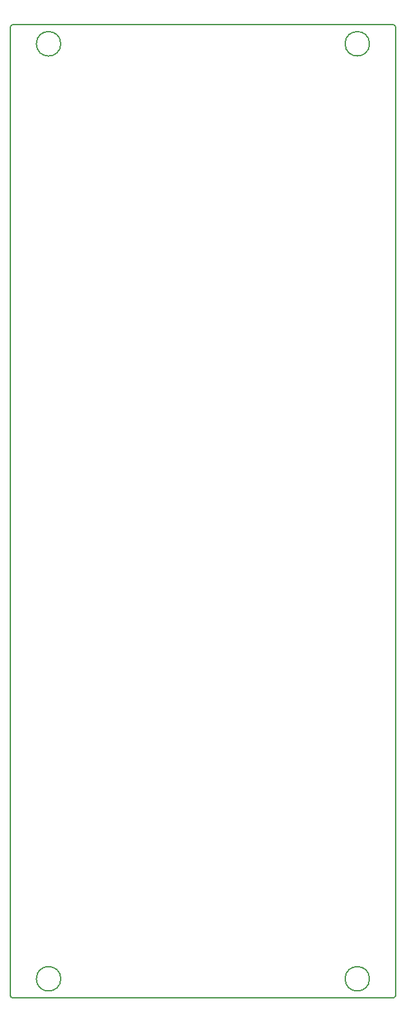
<source format=gbr>
%TF.GenerationSoftware,KiCad,Pcbnew,6.0.9+dfsg-1~bpo11+1*%
%TF.CreationDate,2022-11-22T06:03:41+00:00*%
%TF.ProjectId,OpenThereminV4,4f70656e-5468-4657-9265-6d696e56342e,rev?*%
%TF.SameCoordinates,Original*%
%TF.FileFunction,Profile,NP*%
%FSLAX46Y46*%
G04 Gerber Fmt 4.6, Leading zero omitted, Abs format (unit mm)*
G04 Created by KiCad (PCBNEW 6.0.9+dfsg-1~bpo11+1) date 2022-11-22 06:03:41*
%MOMM*%
%LPD*%
G01*
G04 APERTURE LIST*
%TA.AperFunction,Profile*%
%ADD10C,0.200000*%
%TD*%
G04 APERTURE END LIST*
D10*
X74750000Y-37050000D02*
X74750000Y-145250000D01*
X121850000Y-161750000D02*
G75*
G03*
X121850000Y-161750000I-1600000J0D01*
G01*
X81350000Y-39250000D02*
G75*
G03*
X81350000Y-39250000I-1600000J0D01*
G01*
X75050000Y-36750000D02*
G75*
G03*
X74750000Y-37050000I0J-300000D01*
G01*
X74750000Y-163950000D02*
G75*
G03*
X75050000Y-164250000I300000J0D01*
G01*
X124950000Y-164250000D02*
G75*
G03*
X125250000Y-163950000I0J300000D01*
G01*
X75050000Y-164250000D02*
X124950000Y-164250000D01*
X121850000Y-39250000D02*
G75*
G03*
X121850000Y-39250000I-1600000J0D01*
G01*
X125250000Y-37050000D02*
G75*
G03*
X124950000Y-36750000I-300000J0D01*
G01*
X74750000Y-151250000D02*
X74750000Y-163950000D01*
X74750000Y-145250000D02*
X74750000Y-151250000D01*
X124950000Y-36750000D02*
X75050000Y-36750000D01*
X81350000Y-161750000D02*
G75*
G03*
X81350000Y-161750000I-1600000J0D01*
G01*
X125250000Y-163950000D02*
X125250000Y-37050000D01*
M02*

</source>
